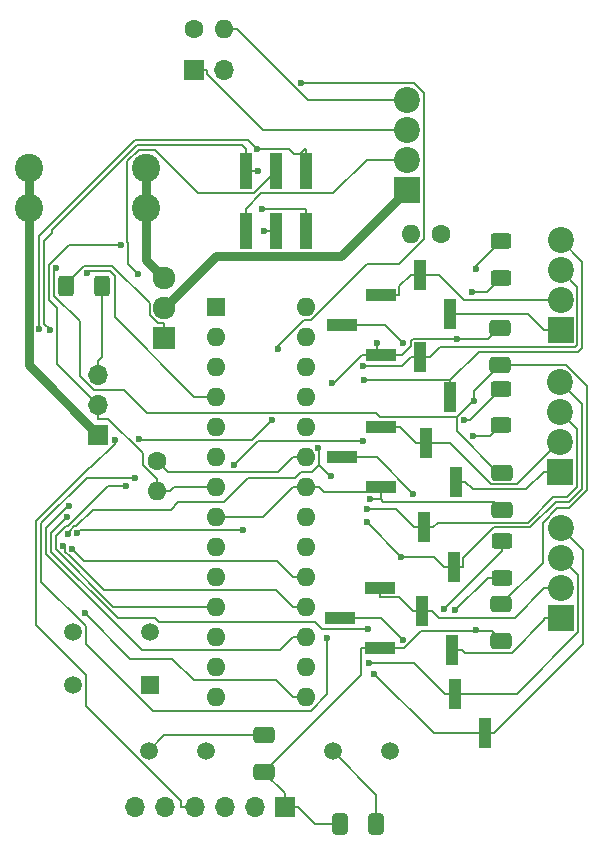
<source format=gbr>
%TF.GenerationSoftware,KiCad,Pcbnew,8.0.1-rc1*%
%TF.CreationDate,2024-11-21T18:28:05-08:00*%
%TF.ProjectId,AMS - CANBus Sensor - Temperature - RTD,414d5320-2d20-4434-914e-427573205365,rev?*%
%TF.SameCoordinates,Original*%
%TF.FileFunction,Copper,L1,Top*%
%TF.FilePolarity,Positive*%
%FSLAX46Y46*%
G04 Gerber Fmt 4.6, Leading zero omitted, Abs format (unit mm)*
G04 Created by KiCad (PCBNEW 8.0.1-rc1) date 2024-11-21 18:28:05*
%MOMM*%
%LPD*%
G01*
G04 APERTURE LIST*
G04 Aperture macros list*
%AMRoundRect*
0 Rectangle with rounded corners*
0 $1 Rounding radius*
0 $2 $3 $4 $5 $6 $7 $8 $9 X,Y pos of 4 corners*
0 Add a 4 corners polygon primitive as box body*
4,1,4,$2,$3,$4,$5,$6,$7,$8,$9,$2,$3,0*
0 Add four circle primitives for the rounded corners*
1,1,$1+$1,$2,$3*
1,1,$1+$1,$4,$5*
1,1,$1+$1,$6,$7*
1,1,$1+$1,$8,$9*
0 Add four rect primitives between the rounded corners*
20,1,$1+$1,$2,$3,$4,$5,0*
20,1,$1+$1,$4,$5,$6,$7,0*
20,1,$1+$1,$6,$7,$8,$9,0*
20,1,$1+$1,$8,$9,$2,$3,0*%
G04 Aperture macros list end*
%TA.AperFunction,ComponentPad*%
%ADD10C,2.400000*%
%TD*%
%TA.AperFunction,ComponentPad*%
%ADD11R,1.500000X1.500000*%
%TD*%
%TA.AperFunction,ComponentPad*%
%ADD12C,1.500000*%
%TD*%
%TA.AperFunction,ComponentPad*%
%ADD13R,1.920000X1.920000*%
%TD*%
%TA.AperFunction,ComponentPad*%
%ADD14C,1.920000*%
%TD*%
%TA.AperFunction,SMDPad,CuDef*%
%ADD15R,1.000000X2.510000*%
%TD*%
%TA.AperFunction,SMDPad,CuDef*%
%ADD16R,2.510000X1.000000*%
%TD*%
%TA.AperFunction,SMDPad,CuDef*%
%ADD17RoundRect,0.250000X-0.650000X0.412500X-0.650000X-0.412500X0.650000X-0.412500X0.650000X0.412500X0*%
%TD*%
%TA.AperFunction,SMDPad,CuDef*%
%ADD18RoundRect,0.250000X-0.400000X-0.625000X0.400000X-0.625000X0.400000X0.625000X-0.400000X0.625000X0*%
%TD*%
%TA.AperFunction,SMDPad,CuDef*%
%ADD19RoundRect,0.250000X0.650000X-0.412500X0.650000X0.412500X-0.650000X0.412500X-0.650000X-0.412500X0*%
%TD*%
%TA.AperFunction,SMDPad,CuDef*%
%ADD20RoundRect,0.250000X-0.625000X0.400000X-0.625000X-0.400000X0.625000X-0.400000X0.625000X0.400000X0*%
%TD*%
%TA.AperFunction,ComponentPad*%
%ADD21C,1.600000*%
%TD*%
%TA.AperFunction,ComponentPad*%
%ADD22O,1.600000X1.600000*%
%TD*%
%TA.AperFunction,ComponentPad*%
%ADD23R,2.200000X2.200000*%
%TD*%
%TA.AperFunction,ComponentPad*%
%ADD24C,2.200000*%
%TD*%
%TA.AperFunction,ComponentPad*%
%ADD25R,1.700000X1.700000*%
%TD*%
%TA.AperFunction,ComponentPad*%
%ADD26O,1.700000X1.700000*%
%TD*%
%TA.AperFunction,SMDPad,CuDef*%
%ADD27R,1.000000X3.150000*%
%TD*%
%TA.AperFunction,ComponentPad*%
%ADD28R,1.600000X1.600000*%
%TD*%
%TA.AperFunction,SMDPad,CuDef*%
%ADD29RoundRect,0.250000X0.625000X-0.400000X0.625000X0.400000X-0.625000X0.400000X-0.625000X-0.400000X0*%
%TD*%
%TA.AperFunction,SMDPad,CuDef*%
%ADD30RoundRect,0.250000X0.412500X0.650000X-0.412500X0.650000X-0.412500X-0.650000X0.412500X-0.650000X0*%
%TD*%
%TA.AperFunction,ViaPad*%
%ADD31C,0.600000*%
%TD*%
%TA.AperFunction,Conductor*%
%ADD32C,0.200000*%
%TD*%
%TA.AperFunction,Conductor*%
%ADD33C,0.762000*%
%TD*%
G04 APERTURE END LIST*
D10*
%TO.P,U5,1,1*%
%TO.N,Net-(Q1-Pad3)*%
X134999500Y-70018000D03*
%TO.P,U5,2,2*%
X134999500Y-73418000D03*
%TO.P,U5,3,3*%
%TO.N,+VDC*%
X125079500Y-70018000D03*
%TO.P,U5,4,4*%
X125079500Y-73418000D03*
%TD*%
D11*
%TO.P,Reset1,1,NO_1*%
%TO.N,/BareMinAtmel328P/RESET*%
X135385300Y-113752500D03*
D12*
%TO.P,Reset1,2,NO_2*%
%TO.N,unconnected-(Reset1-NO_2-Pad2)*%
X128885300Y-113752500D03*
%TO.P,Reset1,3,COM_1*%
%TO.N,GND*%
X135385300Y-109252500D03*
%TO.P,Reset1,4,COM_2*%
%TO.N,unconnected-(Reset1-COM_2-Pad4)*%
X128885300Y-109252500D03*
%TD*%
D13*
%TO.P,Q1,1*%
%TO.N,Net-(Q1-Pad1)*%
X136586000Y-84423600D03*
D14*
%TO.P,Q1,2*%
%TO.N,Net-(J1-Pin_1)*%
X136586000Y-81883600D03*
%TO.P,Q1,3*%
%TO.N,Net-(Q1-Pad3)*%
X136586000Y-79343600D03*
%TD*%
D15*
%TO.P,J13,1,Pin_1*%
%TO.N,/MAX31865AAP+3/FORCE-*%
X161145200Y-114528300D03*
%TO.P,J13,2,Pin_2*%
%TO.N,/MAX31865AAP+3/RTDin-*%
X163685200Y-117838300D03*
%TD*%
D16*
%TO.P,J12,1,Pin_1*%
%TO.N,/MAX31865AAP+3/FORCE+*%
X154800700Y-105528500D03*
%TO.P,J12,2,Pin_2*%
%TO.N,Net-(IC3-FORCE2)*%
X151490700Y-108068500D03*
%TO.P,J12,3,Pin_3*%
%TO.N,GND*%
X154800700Y-110608500D03*
%TD*%
D15*
%TO.P,J11,1,Pin_1*%
%TO.N,/MAX31865AAP+3/FORCE+*%
X158428300Y-107484600D03*
%TO.P,J11,2,Pin_2*%
%TO.N,/MAX31865AAP+3/RTDIn+*%
X160968300Y-110794600D03*
%TD*%
%TO.P,J10,1,Pin_1*%
%TO.N,/MAX31865AAP+2/FORCE-*%
X158534400Y-100436400D03*
%TO.P,J10,2,Pin_2*%
%TO.N,/MAX31865AAP+2/RTDin-*%
X161074400Y-103746400D03*
%TD*%
D16*
%TO.P,J9,1,Pin_1*%
%TO.N,/MAX31865AAP+2/FORCE+*%
X154907400Y-91933000D03*
%TO.P,J9,2,Pin_2*%
%TO.N,Net-(IC2-FORCE2)*%
X151597400Y-94473000D03*
%TO.P,J9,3,Pin_3*%
%TO.N,GND*%
X154907400Y-97013000D03*
%TD*%
D15*
%TO.P,J8,1,Pin_1*%
%TO.N,/MAX31865AAP+2/FORCE+*%
X158715700Y-93290400D03*
%TO.P,J8,2,Pin_2*%
%TO.N,/MAX31865AAP+2/RTDIn+*%
X161255700Y-96600400D03*
%TD*%
%TO.P,J7,1,Pin_1*%
%TO.N,/MAX31865AAP+1/FORCE-*%
X158262000Y-86042500D03*
%TO.P,J7,2,Pin_2*%
%TO.N,/MAX31865AAP+1/RTDin-*%
X160802000Y-89352500D03*
%TD*%
D16*
%TO.P,J6,1,Pin_1*%
%TO.N,/MAX31865AAP+1/FORCE+*%
X154909700Y-80726800D03*
%TO.P,J6,2,Pin_2*%
%TO.N,Net-(IC1-FORCE2)*%
X151599700Y-83266800D03*
%TO.P,J6,3,Pin_3*%
%TO.N,GND*%
X154909700Y-85806800D03*
%TD*%
D15*
%TO.P,J2,1,Pin_1*%
%TO.N,/MAX31865AAP+1/FORCE+*%
X158251300Y-79044600D03*
%TO.P,J2,2,Pin_2*%
%TO.N,/MAX31865AAP+1/RTDIn+*%
X160791300Y-82354600D03*
%TD*%
D17*
%TO.P,C3,1*%
%TO.N,Net-(U2-XTAL2{slash}PB7)*%
X145039800Y-118025700D03*
%TO.P,C3,2*%
%TO.N,GND*%
X145039800Y-121150700D03*
%TD*%
D18*
%TO.P,R1,1*%
%TO.N,Net-(Q1-Pad1)*%
X128210200Y-79985300D03*
%TO.P,R1,2*%
%TO.N,GND*%
X131310200Y-79985300D03*
%TD*%
D19*
%TO.P,C8,1*%
%TO.N,+3.3V*%
X164977800Y-86638200D03*
%TO.P,C8,2*%
%TO.N,GND*%
X164977800Y-83513200D03*
%TD*%
D20*
%TO.P,R10,1*%
%TO.N,Net-(IC3-BIAS)*%
X165154800Y-101617500D03*
%TO.P,R10,2*%
%TO.N,Net-(IC3-ISENSOR)*%
X165154800Y-104717500D03*
%TD*%
D21*
%TO.P,R7,1*%
%TO.N,Net-(J5-Pin_2)*%
X139116100Y-58260700D03*
D22*
%TO.P,R7,2*%
%TO.N,CANBUS_L*%
X141656100Y-58260700D03*
%TD*%
D23*
%TO.P,J1,1,Pin_1*%
%TO.N,Net-(J1-Pin_1)*%
X157148000Y-71872800D03*
D24*
%TO.P,J1,2,Pin_2*%
%TO.N,GND*%
X157148000Y-69332800D03*
%TO.P,J1,3,Pin_3*%
%TO.N,CANBUS_H*%
X157148000Y-66792800D03*
%TO.P,J1,4,Pin_4*%
%TO.N,CANBUS_L*%
X157148000Y-64252800D03*
%TD*%
D21*
%TO.P,NTC1,1*%
%TO.N,/BareMinAtmel328P/PC0-A0*%
X135965600Y-94809500D03*
D22*
%TO.P,NTC1,2*%
%TO.N,+5V*%
X135965600Y-97349500D03*
%TD*%
D25*
%TO.P,J3,1,Pin_1*%
%TO.N,GND*%
X146767300Y-124094700D03*
D26*
%TO.P,J3,2,Pin_2*%
%TO.N,unconnected-(J3-Pin_2-Pad2)*%
X144227300Y-124094700D03*
%TO.P,J3,3,Pin_3*%
%TO.N,+5V*%
X141687300Y-124094700D03*
%TO.P,J3,4,Pin_4*%
%TO.N,/BareMinAtmel328P/PD0-RX*%
X139147300Y-124094700D03*
%TO.P,J3,5,Pin_5*%
%TO.N,/BareMinAtmel328P/PD1-TX*%
X136607300Y-124094700D03*
%TO.P,J3,6,Pin_6*%
%TO.N,Net-(J3-Pin_6)*%
X134067300Y-124094700D03*
%TD*%
D23*
%TO.P,J15,1,Pin_1*%
%TO.N,/MAX31865AAP+2/RTDIn+*%
X170096300Y-95754700D03*
D24*
%TO.P,J15,2,Pin_2*%
%TO.N,/MAX31865AAP+2/FORCE+*%
X170096300Y-93214700D03*
%TO.P,J15,3,Pin_3*%
%TO.N,/MAX31865AAP+2/FORCE-*%
X170096300Y-90674700D03*
%TO.P,J15,4,Pin_4*%
%TO.N,/MAX31865AAP+2/RTDin-*%
X170096300Y-88134700D03*
%TD*%
D20*
%TO.P,R9,1*%
%TO.N,Net-(IC2-BIAS)*%
X165062500Y-88691700D03*
%TO.P,R9,2*%
%TO.N,Net-(IC2-ISENSOR)*%
X165062500Y-91791700D03*
%TD*%
D17*
%TO.P,C15,1*%
%TO.N,+3.3V*%
X165117100Y-106930900D03*
%TO.P,C15,2*%
%TO.N,GND*%
X165117100Y-110055900D03*
%TD*%
D21*
%TO.P,R6,1*%
%TO.N,Net-(U4-Rs)*%
X159962900Y-75582300D03*
D22*
%TO.P,R6,2*%
%TO.N,GND*%
X157422900Y-75582300D03*
%TD*%
D23*
%TO.P,J14,1,Pin_1*%
%TO.N,/MAX31865AAP+1/RTDIn+*%
X170140100Y-83727200D03*
D24*
%TO.P,J14,2,Pin_2*%
%TO.N,/MAX31865AAP+1/FORCE+*%
X170140100Y-81187200D03*
%TO.P,J14,3,Pin_3*%
%TO.N,/MAX31865AAP+1/FORCE-*%
X170140100Y-78647200D03*
%TO.P,J14,4,Pin_4*%
%TO.N,/MAX31865AAP+1/RTDin-*%
X170140100Y-76107200D03*
%TD*%
D23*
%TO.P,J16,1,Pin_1*%
%TO.N,/MAX31865AAP+3/RTDIn+*%
X170157100Y-108131600D03*
D24*
%TO.P,J16,2,Pin_2*%
%TO.N,/MAX31865AAP+3/FORCE+*%
X170157100Y-105591600D03*
%TO.P,J16,3,Pin_3*%
%TO.N,/MAX31865AAP+3/FORCE-*%
X170157100Y-103051600D03*
%TO.P,J16,4,Pin_4*%
%TO.N,/MAX31865AAP+3/RTDin-*%
X170157100Y-100511600D03*
%TD*%
D25*
%TO.P,Powerboard1,1,Pin_1*%
%TO.N,+VDC*%
X130976300Y-92602600D03*
D26*
%TO.P,Powerboard1,2,Pin_2*%
%TO.N,+5V*%
X130976300Y-90062600D03*
%TO.P,Powerboard1,3,Pin_3*%
%TO.N,GND*%
X130976300Y-87522600D03*
%TD*%
D27*
%TO.P,J4,1,Pin_1*%
%TO.N,MISO*%
X148585100Y-70282000D03*
%TO.P,J4,2,Pin_2*%
%TO.N,CLK*%
X148585100Y-75332000D03*
%TO.P,J4,3,Pin_3*%
%TO.N,/BareMinAtmel328P/RESET*%
X146045100Y-70282000D03*
%TO.P,J4,4,Pin_4*%
%TO.N,+5V*%
X146045100Y-75332000D03*
%TO.P,J4,5,Pin_5*%
%TO.N,MOSI*%
X143505100Y-70282000D03*
%TO.P,J4,6,Pin_6*%
%TO.N,GND*%
X143505100Y-75332000D03*
%TD*%
D28*
%TO.P,U2,1,~{RESET}/PC6*%
%TO.N,/BareMinAtmel328P/RESET*%
X140929500Y-81761800D03*
D22*
%TO.P,U2,2,PD0*%
%TO.N,/BareMinAtmel328P/PD0-RX*%
X140929500Y-84301800D03*
%TO.P,U2,3,PD1*%
%TO.N,/BareMinAtmel328P/PD1-TX*%
X140929500Y-86841800D03*
%TO.P,U2,4,PD2*%
%TO.N,/BareMinAtmel328P/PD2-D2*%
X140929500Y-89381800D03*
%TO.P,U2,5,PD3*%
%TO.N,/BareMinAtmel328P/PD3-D3*%
X140929500Y-91921800D03*
%TO.P,U2,6,PD4*%
%TO.N,/BareMinAtmel328P/PD4-D4*%
X140929500Y-94461800D03*
%TO.P,U2,7,VCC*%
%TO.N,+5V*%
X140929500Y-97001800D03*
%TO.P,U2,8,GND*%
%TO.N,GND*%
X140929500Y-99541800D03*
%TO.P,U2,9,XTAL1/PB6*%
%TO.N,Net-(U2-XTAL1{slash}PB6)*%
X140929500Y-102081800D03*
%TO.P,U2,10,XTAL2/PB7*%
%TO.N,Net-(U2-XTAL2{slash}PB7)*%
X140929500Y-104621800D03*
%TO.P,U2,11,PD5*%
%TO.N,/BareMinAtmel328P/PD5-D5*%
X140929500Y-107161800D03*
%TO.P,U2,12,PD6*%
%TO.N,/BareMinAtmel328P/PD6-D6*%
X140929500Y-109701800D03*
%TO.P,U2,13,PD7*%
%TO.N,/BareMinAtmel328P/PD7-D7*%
X140929500Y-112241800D03*
%TO.P,U2,14,PB0*%
%TO.N,/BareMinAtmel328P/PB0-D8*%
X140929500Y-114781800D03*
%TO.P,U2,15,PB1*%
%TO.N,/BareMinAtmel328P/PB1-D9*%
X148549500Y-114781800D03*
%TO.P,U2,16,PB2*%
%TO.N,/BareMinAtmel328P/PB2-D10-SS*%
X148549500Y-112241800D03*
%TO.P,U2,17,PB3*%
%TO.N,MOSI*%
X148549500Y-109701800D03*
%TO.P,U2,18,PB4*%
%TO.N,MISO*%
X148549500Y-107161800D03*
%TO.P,U2,19,PB5*%
%TO.N,CLK*%
X148549500Y-104621800D03*
%TO.P,U2,20,AVCC*%
%TO.N,+5V*%
X148549500Y-102081800D03*
%TO.P,U2,21,AREF*%
%TO.N,/BareMinAtmel328P/AREF*%
X148549500Y-99541800D03*
%TO.P,U2,22,GND*%
%TO.N,GND*%
X148549500Y-97001800D03*
%TO.P,U2,23,PC0*%
%TO.N,/BareMinAtmel328P/PC0-A0*%
X148549500Y-94461800D03*
%TO.P,U2,24,PC1*%
%TO.N,/BareMinAtmel328P/PC1-A1*%
X148549500Y-91921800D03*
%TO.P,U2,25,PC2*%
%TO.N,/BareMinAtmel328P/PC2-A2*%
X148549500Y-89381800D03*
%TO.P,U2,26,PC3*%
%TO.N,/BareMinAtmel328P/PC3-A3*%
X148549500Y-86841800D03*
%TO.P,U2,27,PC4*%
%TO.N,/BareMinAtmel328P/PC4-A4-SDA*%
X148549500Y-84301800D03*
%TO.P,U2,28,PC5*%
%TO.N,/BareMinAtmel328P/PC5-A5-SCL*%
X148549500Y-81761800D03*
%TD*%
D25*
%TO.P,J5,1,Pin_1*%
%TO.N,CANBUS_H*%
X139049600Y-61738500D03*
D26*
%TO.P,J5,2,Pin_2*%
%TO.N,Net-(J5-Pin_2)*%
X141589600Y-61738500D03*
%TD*%
D29*
%TO.P,R8,1*%
%TO.N,Net-(IC1-BIAS)*%
X165064200Y-79297600D03*
%TO.P,R8,2*%
%TO.N,Net-(IC1-ISENSOR)*%
X165064200Y-76197600D03*
%TD*%
D12*
%TO.P,Y2,2,2*%
%TO.N,Net-(U3-OSC2)*%
X155712100Y-119374400D03*
%TO.P,Y2,1,1*%
%TO.N,Net-(U3-OSC1)*%
X150832100Y-119374400D03*
%TD*%
D30*
%TO.P,C5,2*%
%TO.N,GND*%
X151408000Y-125541700D03*
%TO.P,C5,1*%
%TO.N,Net-(U3-OSC1)*%
X154533000Y-125541700D03*
%TD*%
D17*
%TO.P,C11,1*%
%TO.N,+3.3V*%
X165137700Y-95807100D03*
%TO.P,C11,2*%
%TO.N,GND*%
X165137700Y-98932100D03*
%TD*%
D12*
%TO.P,Y1,1,1*%
%TO.N,Net-(U2-XTAL2{slash}PB7)*%
X135241300Y-119345300D03*
%TO.P,Y1,2,2*%
%TO.N,Net-(U2-XTAL1{slash}PB6)*%
X140121300Y-119345300D03*
%TD*%
D31*
%TO.N,CLK*%
X144808400Y-73455300D03*
X128797700Y-102279900D03*
%TO.N,MISO*%
X144421600Y-68405300D03*
X127984300Y-101983600D03*
X125982200Y-83637200D03*
%TO.N,MOSI*%
X126867100Y-83718600D03*
X128504700Y-98601700D03*
X144513100Y-70231200D03*
%TO.N,Net-(IC3-ISENSOR)*%
X161205700Y-107462500D03*
%TO.N,Net-(IC3-FORCE2)*%
X156743100Y-109925200D03*
%TO.N,Net-(IC3-BIAS)*%
X160259700Y-107336600D03*
%TO.N,/MAX31865AAP+3/FORCE-*%
X153890900Y-111885500D03*
%TO.N,/MAX31865AAP+3/CS3v*%
X150374600Y-109756000D03*
X134078400Y-96228800D03*
%TO.N,Net-(IC2-FORCE2)*%
X157666100Y-97585300D03*
%TO.N,/MAX31865AAP+2/FORCE-*%
X153734900Y-98888300D03*
%TO.N,Net-(IC2-BIAS)*%
X161968100Y-91318800D03*
%TO.N,Net-(IC2-ISENSOR)*%
X162700100Y-92711800D03*
%TO.N,/MAX31865AAP+2/CS3v*%
X153416500Y-93079100D03*
X142509400Y-95108700D03*
%TO.N,/MAX31865AAP+1/FORCE-*%
X153381600Y-86791100D03*
%TO.N,/MAX31865AAP+1/MISO3v*%
X143249800Y-100688000D03*
X129200900Y-100945500D03*
%TO.N,Net-(IC1-ISENSOR)*%
X162993800Y-78519200D03*
%TO.N,Net-(IC1-FORCE2)*%
X156818300Y-84794800D03*
%TO.N,/MAX31865AAP+1/CS3v*%
X145655000Y-91359300D03*
X134441200Y-92918000D03*
%TO.N,/MAX31865AAP+1/SLC3v*%
X149620900Y-93690000D03*
X128399100Y-101009700D03*
X150686300Y-96075400D03*
%TO.N,Net-(IC1-BIAS)*%
X162657400Y-80480600D03*
%TO.N,/MAX31865AAP+1/MOSI3v*%
X153854900Y-109017400D03*
X128294700Y-99581700D03*
%TO.N,+3.3V*%
X162762700Y-89703800D03*
X127426900Y-78493400D03*
%TO.N,/MAX31865AAP+3/RTDin-*%
X154362900Y-112825200D03*
%TO.N,/MAX31865AAP+2/RTDin-*%
X156637800Y-102911900D03*
X153713100Y-99982000D03*
%TO.N,/MAX31865AAP+1/RTDin-*%
X153465200Y-87990000D03*
%TO.N,Net-(U3-~{RESET})*%
X146207100Y-85295300D03*
X148134000Y-62777700D03*
%TO.N,/BareMinAtmel328P/PD2-D2*%
X130000300Y-78907000D03*
%TO.N,/BareMinAtmel328P/PB1-D9*%
X129826400Y-107667300D03*
%TO.N,/BareMinAtmel328P/PD5-D5*%
X133303900Y-96916800D03*
%TO.N,/BareMinAtmel328P/PD0-RX*%
X132403200Y-92991500D03*
%TO.N,+5V*%
X145030300Y-75355000D03*
X132920600Y-76553700D03*
%TO.N,/BareMinAtmel328P/RESET*%
X134378900Y-79001900D03*
%TO.N,GND*%
X150810800Y-88200100D03*
X153959400Y-98041100D03*
X154561200Y-84802700D03*
X161326600Y-84475100D03*
X162935600Y-109120100D03*
%TD*%
D32*
%TO.N,CLK*%
X148585100Y-75332000D02*
X148585100Y-73455300D01*
X148585100Y-73455300D02*
X144808400Y-73455300D01*
X148549500Y-104621800D02*
X147447800Y-104621800D01*
X129784600Y-103266800D02*
X128797700Y-102279900D01*
X146092800Y-103266800D02*
X129784600Y-103266800D01*
X147447800Y-104621800D02*
X146092800Y-103266800D01*
%TO.N,MISO*%
X148585100Y-70282000D02*
X148585100Y-68405300D01*
X148549500Y-107161800D02*
X147447800Y-107161800D01*
X146036200Y-105750200D02*
X147447800Y-107161800D01*
X131436900Y-105750200D02*
X146036200Y-105750200D01*
X128568300Y-102881600D02*
X131436900Y-105750200D01*
X128548600Y-102881600D02*
X128568300Y-102881600D01*
X128196000Y-102529000D02*
X128548600Y-102881600D01*
X128196000Y-102195300D02*
X128196000Y-102529000D01*
X127984300Y-101983600D02*
X128196000Y-102195300D01*
X147159500Y-68405300D02*
X144421600Y-68405300D01*
X147552000Y-68797800D02*
X147159500Y-68405300D01*
X148050300Y-68797800D02*
X147552000Y-68797800D01*
X148402800Y-68445300D02*
X148050300Y-68797800D01*
X148402800Y-68445200D02*
X148402800Y-68445300D01*
X148442700Y-68405300D02*
X148402800Y-68445200D01*
X148585100Y-68405300D02*
X148442700Y-68405300D01*
X125982200Y-75759200D02*
X125982200Y-83637200D01*
X134125400Y-67616000D02*
X125982200Y-75759200D01*
X143632300Y-67616000D02*
X134125400Y-67616000D01*
X144421600Y-68405300D02*
X143632300Y-67616000D01*
%TO.N,MOSI*%
X143505100Y-70282000D02*
X143505100Y-68405300D01*
X148549500Y-109701800D02*
X147447800Y-109701800D01*
X128423900Y-98601700D02*
X128504700Y-98601700D01*
X126572200Y-100453400D02*
X128423900Y-98601700D01*
X126572200Y-102652500D02*
X126572200Y-100453400D01*
X134725900Y-110806200D02*
X126572200Y-102652500D01*
X146343400Y-110806200D02*
X134725900Y-110806200D01*
X147447800Y-109701800D02*
X146343400Y-110806200D01*
X143555900Y-70231200D02*
X144513100Y-70231200D01*
X126867100Y-83671200D02*
X126867100Y-83718600D01*
X126397900Y-83202000D02*
X126867100Y-83671200D01*
X126397900Y-76144800D02*
X126397900Y-83202000D01*
X127025700Y-75517000D02*
X126397900Y-76144800D01*
X127025700Y-75283700D02*
X127025700Y-75517000D01*
X134255500Y-68053900D02*
X127025700Y-75283700D01*
X143153700Y-68053900D02*
X134255500Y-68053900D01*
X143505100Y-68405300D02*
X143153700Y-68053900D01*
%TO.N,Net-(IC3-ISENSOR)*%
X163950700Y-104717500D02*
X165154800Y-104717500D01*
X161205700Y-107462500D02*
X163950700Y-104717500D01*
%TO.N,Net-(IC3-FORCE2)*%
X154886400Y-108068500D02*
X151490700Y-108068500D01*
X156743100Y-109925200D02*
X154886400Y-108068500D01*
%TO.N,Net-(IC3-BIAS)*%
X165154800Y-102441500D02*
X160259700Y-107336600D01*
X165154800Y-101617500D02*
X165154800Y-102441500D01*
%TO.N,/MAX31865AAP+3/FORCE-*%
X157700700Y-111885500D02*
X160343500Y-114528300D01*
X153890900Y-111885500D02*
X157700700Y-111885500D01*
X161145200Y-114528300D02*
X160343500Y-114528300D01*
X166394600Y-114528300D02*
X161145200Y-114528300D01*
X171601900Y-109321000D02*
X166394600Y-114528300D01*
X171601900Y-104496400D02*
X171601900Y-109321000D01*
X170157100Y-103051600D02*
X171601900Y-104496400D01*
%TO.N,/MAX31865AAP+3/FORCE+*%
X156472200Y-106330200D02*
X157626600Y-107484600D01*
X154800700Y-106330200D02*
X156472200Y-106330200D01*
X154800700Y-105528500D02*
X154800700Y-106330200D01*
X158027500Y-107484600D02*
X157626600Y-107484600D01*
X158428300Y-107484600D02*
X159230000Y-107484600D01*
X168755200Y-105591600D02*
X170157100Y-105591600D01*
X166244000Y-108102800D02*
X168755200Y-105591600D01*
X159848200Y-108102800D02*
X166244000Y-108102800D01*
X159230000Y-107484600D02*
X159848200Y-108102800D01*
%TO.N,/MAX31865AAP+3/CS3v*%
X130019400Y-96228800D02*
X134078400Y-96228800D01*
X126170500Y-100077700D02*
X130019400Y-96228800D01*
X126170500Y-105050300D02*
X126170500Y-100077700D01*
X129937000Y-108816800D02*
X126170500Y-105050300D01*
X129937000Y-110304300D02*
X129937000Y-108816800D01*
X135582500Y-115949800D02*
X129937000Y-110304300D01*
X148991600Y-115949800D02*
X135582500Y-115949800D01*
X150374600Y-114566800D02*
X148991600Y-115949800D01*
X150374600Y-109756000D02*
X150374600Y-114566800D01*
%TO.N,Net-(IC2-FORCE2)*%
X154553800Y-94473000D02*
X151597400Y-94473000D01*
X157666100Y-97585300D02*
X154553800Y-94473000D01*
%TO.N,/MAX31865AAP+2/FORCE-*%
X158534400Y-100436400D02*
X159336100Y-100436400D01*
X158534400Y-100436400D02*
X157732700Y-100436400D01*
X156184600Y-98888300D02*
X153734900Y-98888300D01*
X157732700Y-100436400D02*
X156184600Y-98888300D01*
X159737800Y-100034700D02*
X159336100Y-100436400D01*
X167337700Y-100034700D02*
X159737800Y-100034700D01*
X169505300Y-97867100D02*
X167337700Y-100034700D01*
X170641200Y-97867100D02*
X169505300Y-97867100D01*
X171503100Y-97005200D02*
X170641200Y-97867100D01*
X171503100Y-92081500D02*
X171503100Y-97005200D01*
X170096300Y-90674700D02*
X171503100Y-92081500D01*
%TO.N,/MAX31865AAP+2/FORCE+*%
X156556600Y-91933000D02*
X157914000Y-93290400D01*
X154907400Y-91933000D02*
X156556600Y-91933000D01*
X158314900Y-93290400D02*
X157914000Y-93290400D01*
X160738400Y-93290400D02*
X158715700Y-93290400D01*
X164238400Y-96790400D02*
X160738400Y-93290400D01*
X166433100Y-96790400D02*
X164238400Y-96790400D01*
X170008800Y-93214700D02*
X166433100Y-96790400D01*
%TO.N,Net-(IC2-BIAS)*%
X162435400Y-91318800D02*
X165062500Y-88691700D01*
X161968100Y-91318800D02*
X162435400Y-91318800D01*
%TO.N,Net-(IC2-ISENSOR)*%
X164142400Y-92711800D02*
X162700100Y-92711800D01*
X165062500Y-91791700D02*
X164142400Y-92711800D01*
%TO.N,/MAX31865AAP+2/CS3v*%
X144539000Y-93079100D02*
X153416500Y-93079100D01*
X142509400Y-95108700D02*
X144539000Y-93079100D01*
%TO.N,/MAX31865AAP+1/FORCE-*%
X158262000Y-86042500D02*
X159063700Y-86042500D01*
X158262000Y-86042500D02*
X157460300Y-86042500D01*
X156711700Y-86791100D02*
X153381600Y-86791100D01*
X157460300Y-86042500D02*
X156711700Y-86791100D01*
X159931100Y-85175100D02*
X159063700Y-86042500D01*
X171331000Y-85175100D02*
X159931100Y-85175100D01*
X171547100Y-84959000D02*
X171331000Y-85175100D01*
X171547100Y-80054200D02*
X171547100Y-84959000D01*
X170140100Y-78647200D02*
X171547100Y-80054200D01*
%TO.N,/MAX31865AAP+1/FORCE+*%
X158251300Y-79044600D02*
X159841200Y-79044600D01*
X161983800Y-81187200D02*
X159841200Y-79044600D01*
X170140100Y-81187200D02*
X161983800Y-81187200D01*
X156466400Y-80027800D02*
X157449600Y-79044600D01*
X156466400Y-80726800D02*
X156466400Y-80027800D01*
X158251300Y-79044600D02*
X157449600Y-79044600D01*
X154909700Y-80726800D02*
X156466400Y-80726800D01*
%TO.N,/MAX31865AAP+1/MISO3v*%
X129458400Y-100688000D02*
X129200900Y-100945500D01*
X143249800Y-100688000D02*
X129458400Y-100688000D01*
%TO.N,Net-(IC1-ISENSOR)*%
X162993800Y-78268000D02*
X165064200Y-76197600D01*
X162993800Y-78519200D02*
X162993800Y-78268000D01*
%TO.N,Net-(IC1-FORCE2)*%
X155290300Y-83266800D02*
X156818300Y-84794800D01*
X151599700Y-83266800D02*
X155290300Y-83266800D01*
%TO.N,/MAX31865AAP+1/CS3v*%
X134568700Y-93045500D02*
X134441200Y-92918000D01*
X143968800Y-93045500D02*
X134568700Y-93045500D01*
X145655000Y-91359300D02*
X143968800Y-93045500D01*
%TO.N,/MAX31865AAP+1/SLC3v*%
X150628700Y-96075400D02*
X150686300Y-96075400D01*
X149694800Y-95141500D02*
X150628700Y-96075400D01*
X149694800Y-93763900D02*
X149694800Y-95141500D01*
X149620900Y-93690000D02*
X149694800Y-93763900D01*
X128599200Y-100809600D02*
X128399100Y-101009700D01*
X128599200Y-100696400D02*
X128599200Y-100809600D01*
X128951800Y-100343800D02*
X128599200Y-100696400D01*
X129123900Y-100343800D02*
X128951800Y-100343800D01*
X130536000Y-98931700D02*
X129123900Y-100343800D01*
X137102900Y-98931700D02*
X130536000Y-98931700D01*
X137762800Y-98271800D02*
X137102900Y-98931700D01*
X141631500Y-98271800D02*
X137762800Y-98271800D01*
X143657600Y-96245700D02*
X141631500Y-98271800D01*
X147638000Y-96245700D02*
X143657600Y-96245700D01*
X148106500Y-95777200D02*
X147638000Y-96245700D01*
X149059100Y-95777200D02*
X148106500Y-95777200D01*
X149694800Y-95141500D02*
X149059100Y-95777200D01*
%TO.N,Net-(IC1-BIAS)*%
X163881200Y-80480600D02*
X162657400Y-80480600D01*
X165064200Y-79297600D02*
X163881200Y-80480600D01*
%TO.N,/MAX31865AAP+1/MOSI3v*%
X126975400Y-100901000D02*
X128294700Y-99581700D01*
X126975400Y-102480100D02*
X126975400Y-100901000D01*
X132635300Y-108140000D02*
X126975400Y-102480100D01*
X135811700Y-108140000D02*
X132635300Y-108140000D01*
X136103500Y-108431800D02*
X135811700Y-108140000D01*
X149375900Y-108431800D02*
X136103500Y-108431800D01*
X149961500Y-109017400D02*
X149375900Y-108431800D01*
X153854900Y-109017400D02*
X149961500Y-109017400D01*
%TO.N,+3.3V*%
X168615100Y-103432900D02*
X165117100Y-106930900D01*
X168615100Y-100034600D02*
X168615100Y-103432900D01*
X169837900Y-98811800D02*
X168615100Y-100034600D01*
X170871200Y-98811800D02*
X169837900Y-98811800D01*
X172390000Y-97293000D02*
X170871200Y-98811800D01*
X172390000Y-88429200D02*
X172390000Y-97293000D01*
X170599000Y-86638200D02*
X172390000Y-88429200D01*
X164977800Y-86638200D02*
X170599000Y-86638200D01*
X162762700Y-88853300D02*
X164977800Y-86638200D01*
X162762700Y-89703800D02*
X162762700Y-88853300D01*
X161325300Y-92277300D02*
X161325300Y-91090200D01*
X164855100Y-95807100D02*
X161325300Y-92277300D01*
X162711700Y-89703800D02*
X162762700Y-89703800D01*
X161325300Y-91090200D02*
X162711700Y-89703800D01*
X127257500Y-78662800D02*
X127426900Y-78493400D01*
X127257500Y-80839100D02*
X127257500Y-78662800D01*
X129402100Y-82983700D02*
X127257500Y-80839100D01*
X129402200Y-82983700D02*
X129402100Y-82983700D01*
X129402200Y-87585900D02*
X129402200Y-82983700D01*
X130608900Y-88792600D02*
X129402200Y-87585900D01*
X133152300Y-88792600D02*
X130608900Y-88792600D01*
X135112700Y-90753000D02*
X133152300Y-88792600D01*
X154532900Y-90753000D02*
X135112700Y-90753000D01*
X154870100Y-91090200D02*
X154532900Y-90753000D01*
X161325300Y-91090200D02*
X154870100Y-91090200D01*
%TO.N,/MAX31865AAP+3/RTDin-*%
X159376000Y-117838300D02*
X154362900Y-112825200D01*
X163685200Y-117838300D02*
X159376000Y-117838300D01*
X172017400Y-110307800D02*
X164486900Y-117838300D01*
X172017400Y-102371900D02*
X172017400Y-110307800D01*
X170157100Y-100511600D02*
X172017400Y-102371900D01*
X163685200Y-117838300D02*
X164486900Y-117838300D01*
%TO.N,/MAX31865AAP+3/RTDIn+*%
X162030500Y-111055100D02*
X161770000Y-110794600D01*
X166007100Y-111055100D02*
X162030500Y-111055100D01*
X168755400Y-108306800D02*
X166007100Y-111055100D01*
X168755400Y-108131600D02*
X168755400Y-108306800D01*
X170157100Y-108131600D02*
X168755400Y-108131600D01*
X160968300Y-110794600D02*
X161770000Y-110794600D01*
%TO.N,/MAX31865AAP+2/RTDin-*%
X161074400Y-103746400D02*
X161876100Y-103746400D01*
X161074400Y-103746400D02*
X160272700Y-103746400D01*
X161876100Y-103044900D02*
X161876100Y-103746400D01*
X164484600Y-100436400D02*
X161876100Y-103044900D01*
X167575000Y-100436400D02*
X164484600Y-100436400D01*
X169742600Y-98268800D02*
X167575000Y-100436400D01*
X170846100Y-98268800D02*
X169742600Y-98268800D01*
X171966200Y-97148700D02*
X170846100Y-98268800D01*
X171966200Y-90004600D02*
X171966200Y-97148700D01*
X170096300Y-88134700D02*
X171966200Y-90004600D01*
X159438200Y-102911900D02*
X156637800Y-102911900D01*
X160272700Y-103746400D02*
X159438200Y-102911900D01*
X156637800Y-102906700D02*
X153713100Y-99982000D01*
X156637800Y-102911900D02*
X156637800Y-102906700D01*
%TO.N,/MAX31865AAP+2/RTDIn+*%
X170096300Y-95754700D02*
X168694600Y-95754700D01*
X161255700Y-96600400D02*
X162057400Y-96600400D01*
X167237500Y-97211800D02*
X168694600Y-95754700D01*
X162668800Y-97211800D02*
X167237500Y-97211800D01*
X162057400Y-96600400D02*
X162668800Y-97211800D01*
%TO.N,/MAX31865AAP+1/RTDin-*%
X153465200Y-87990000D02*
X160802000Y-87990000D01*
X160802000Y-89352500D02*
X160802000Y-87990000D01*
X163215200Y-85576800D02*
X160802000Y-87990000D01*
X171588300Y-85576800D02*
X163215200Y-85576800D01*
X171956600Y-85208500D02*
X171588300Y-85576800D01*
X171956600Y-77923700D02*
X171956600Y-85208500D01*
X170140100Y-76107200D02*
X171956600Y-77923700D01*
%TO.N,Net-(U3-~{RESET})*%
X157722800Y-62777700D02*
X148134000Y-62777700D01*
X158571900Y-63626800D02*
X157722800Y-62777700D01*
X158571900Y-76045600D02*
X158571900Y-63626800D01*
X156448300Y-78169200D02*
X158571900Y-76045600D01*
X153700200Y-78169200D02*
X156448300Y-78169200D01*
X149005900Y-82863500D02*
X153700200Y-78169200D01*
X148421600Y-82863500D02*
X149005900Y-82863500D01*
X146207100Y-85078000D02*
X148421600Y-82863500D01*
X146207100Y-85295300D02*
X146207100Y-85078000D01*
%TO.N,Net-(U3-OSC1)*%
X154533000Y-123075300D02*
X154533000Y-125541700D01*
X150832100Y-119374400D02*
X154533000Y-123075300D01*
%TO.N,Net-(U2-XTAL2{slash}PB7)*%
X136560900Y-118025700D02*
X145039800Y-118025700D01*
X135241300Y-119345300D02*
X136560900Y-118025700D01*
%TO.N,/BareMinAtmel328P/PD2-D2*%
X139130400Y-89381800D02*
X140929500Y-89381800D01*
X132396300Y-82647700D02*
X139130400Y-89381800D01*
X132396300Y-79169000D02*
X132396300Y-82647700D01*
X131976600Y-78749300D02*
X132396300Y-79169000D01*
X130158000Y-78749300D02*
X131976600Y-78749300D01*
X130000300Y-78907000D02*
X130158000Y-78749300D01*
%TO.N,/BareMinAtmel328P/PB1-D9*%
X148549500Y-114781800D02*
X147447800Y-114781800D01*
X133701100Y-111542000D02*
X129826400Y-107667300D01*
X137249500Y-111542000D02*
X133701100Y-111542000D01*
X139077700Y-113370200D02*
X137249500Y-111542000D01*
X146036200Y-113370200D02*
X139077700Y-113370200D01*
X147447800Y-114781800D02*
X146036200Y-113370200D01*
%TO.N,Net-(Q1-Pad1)*%
X136586000Y-84423600D02*
X136586000Y-83161900D01*
X136033900Y-83161900D02*
X136586000Y-83161900D01*
X135324300Y-82452300D02*
X136033900Y-83161900D01*
X135324300Y-81469800D02*
X135324300Y-82452300D01*
X132113400Y-78258900D02*
X135324300Y-81469800D01*
X129758900Y-78258900D02*
X132113400Y-78258900D01*
X128210200Y-79807600D02*
X129758900Y-78258900D01*
%TO.N,/BareMinAtmel328P/PC0-A0*%
X148549500Y-94461800D02*
X147447800Y-94461800D01*
X136870800Y-95714700D02*
X135965600Y-94809500D01*
X146194900Y-95714700D02*
X136870800Y-95714700D01*
X147447800Y-94461800D02*
X146194900Y-95714700D01*
%TO.N,/BareMinAtmel328P/PD5-D5*%
X132260800Y-107161800D02*
X140929500Y-107161800D01*
X127377100Y-102278100D02*
X132260800Y-107161800D01*
X127377100Y-101180900D02*
X127377100Y-102278100D01*
X128255600Y-100302400D02*
X127377100Y-101180900D01*
X128425200Y-100302400D02*
X128255600Y-100302400D01*
X131810800Y-96916800D02*
X128425200Y-100302400D01*
X133303900Y-96916800D02*
X131810800Y-96916800D01*
%TO.N,/BareMinAtmel328P/PD0-RX*%
X139147300Y-124094700D02*
X137995600Y-124094700D01*
X132403200Y-93354000D02*
X132403200Y-92991500D01*
X130405300Y-95351900D02*
X132403200Y-93354000D01*
X130272000Y-95351900D02*
X130405300Y-95351900D01*
X125709900Y-99914000D02*
X130272000Y-95351900D01*
X125709900Y-108696000D02*
X125709900Y-99914000D01*
X129937000Y-112923100D02*
X125709900Y-108696000D01*
X129937000Y-115571100D02*
X129937000Y-112923100D01*
X137995600Y-123629700D02*
X129937000Y-115571100D01*
X137995600Y-124094700D02*
X137995600Y-123629700D01*
%TO.N,/MAX31865AAP+1/RTDIn+*%
X167365800Y-82354600D02*
X160791300Y-82354600D01*
X168738400Y-83727200D02*
X167365800Y-82354600D01*
X170140100Y-83727200D02*
X168738400Y-83727200D01*
%TO.N,CANBUS_H*%
X140201300Y-62026400D02*
X140201300Y-61738500D01*
X144967700Y-66792800D02*
X140201300Y-62026400D01*
X157148000Y-66792800D02*
X144967700Y-66792800D01*
X139049600Y-61738500D02*
X140201300Y-61738500D01*
%TO.N,CANBUS_L*%
X148749900Y-64252800D02*
X142757800Y-58260700D01*
X157148000Y-64252800D02*
X148749900Y-64252800D01*
X141656100Y-58260700D02*
X142757800Y-58260700D01*
%TO.N,+5V*%
X137415000Y-97001800D02*
X137067300Y-97349500D01*
X140929500Y-97001800D02*
X137415000Y-97001800D01*
X135965600Y-97349500D02*
X137067300Y-97349500D01*
X135965600Y-97349500D02*
X135965600Y-96247800D01*
X145053300Y-75332000D02*
X145030300Y-75355000D01*
X146045100Y-75332000D02*
X145053300Y-75332000D01*
X131804500Y-91214300D02*
X130976300Y-91214300D01*
X134759600Y-94169400D02*
X131804500Y-91214300D01*
X134759600Y-95163000D02*
X134759600Y-94169400D01*
X135844400Y-96247800D02*
X134759600Y-95163000D01*
X135965600Y-96247800D02*
X135844400Y-96247800D01*
X130976300Y-90062600D02*
X130976300Y-91214300D01*
X127468900Y-86555200D02*
X130976300Y-90062600D01*
X127468900Y-81838100D02*
X127468900Y-86555200D01*
X126811700Y-81180900D02*
X127468900Y-81838100D01*
X126811700Y-78212200D02*
X126811700Y-81180900D01*
X128470200Y-76553700D02*
X126811700Y-78212200D01*
X132920600Y-76553700D02*
X128470200Y-76553700D01*
%TO.N,/BareMinAtmel328P/RESET*%
X144168400Y-72158700D02*
X146045100Y-70282000D01*
X139444200Y-72158700D02*
X144168400Y-72158700D01*
X135786000Y-68500500D02*
X139444200Y-72158700D01*
X134393300Y-68500500D02*
X135786000Y-68500500D01*
X133444200Y-69449600D02*
X134393300Y-68500500D01*
X133444200Y-76226400D02*
X133444200Y-69449600D01*
X133522300Y-76304500D02*
X133444200Y-76226400D01*
X133522300Y-78145300D02*
X133522300Y-76304500D01*
X134378900Y-79001900D02*
X133522300Y-78145300D01*
%TO.N,GND*%
X154909700Y-85806800D02*
X156698300Y-85806800D01*
X154907400Y-97413800D02*
X154907400Y-98041100D01*
X150063200Y-97413800D02*
X149651200Y-97001800D01*
X154907400Y-97413800D02*
X150063200Y-97413800D01*
X143505100Y-75332000D02*
X143505100Y-73455300D01*
X155126300Y-98260000D02*
X154907400Y-98041100D01*
X164465600Y-98260000D02*
X155126300Y-98260000D01*
X165137700Y-98932100D02*
X164465600Y-98260000D01*
X150959700Y-88200100D02*
X150810800Y-88200100D01*
X153353000Y-85806800D02*
X150959700Y-88200100D01*
X153706400Y-69332800D02*
X157148000Y-69332800D01*
X150880500Y-72158700D02*
X153706400Y-69332800D01*
X144801700Y-72158700D02*
X150880500Y-72158700D01*
X143505100Y-73455300D02*
X144801700Y-72158700D01*
X149100400Y-97001800D02*
X149651200Y-97001800D01*
X154131400Y-85806800D02*
X153353000Y-85806800D01*
X146767300Y-124094700D02*
X146767300Y-122943000D01*
X149366000Y-125541700D02*
X147919000Y-124094700D01*
X151408000Y-125541700D02*
X149366000Y-125541700D01*
X146767300Y-124094700D02*
X147919000Y-124094700D01*
X154800700Y-110608500D02*
X153244000Y-110608500D01*
X146767300Y-122943000D02*
X145039800Y-121215500D01*
X153244000Y-112946500D02*
X153244000Y-110608500D01*
X145039800Y-121150700D02*
X153244000Y-112946500D01*
X154800700Y-110608500D02*
X156910700Y-110608500D01*
X157621600Y-84475100D02*
X161326600Y-84475100D01*
X157436000Y-84660700D02*
X157621600Y-84475100D01*
X157436000Y-85069100D02*
X157436000Y-84660700D01*
X156698300Y-85806800D02*
X157436000Y-85069100D01*
X164015900Y-84475100D02*
X161326600Y-84475100D01*
X164977800Y-83513200D02*
X164015900Y-84475100D01*
X154561200Y-85377000D02*
X154561200Y-84802700D01*
X154131400Y-85806800D02*
X154561200Y-85377000D01*
X154907400Y-98041100D02*
X153959400Y-98041100D01*
X131310200Y-86037000D02*
X131310200Y-79985300D01*
X130976300Y-86370900D02*
X131310200Y-86037000D01*
X130976300Y-87522600D02*
X130976300Y-86370900D01*
X144907800Y-99541800D02*
X140929500Y-99541800D01*
X147447800Y-97001800D02*
X144907800Y-99541800D01*
X148549500Y-97001800D02*
X147447800Y-97001800D01*
X162935600Y-109237900D02*
X162935600Y-109120100D01*
X158281300Y-109237900D02*
X162935600Y-109237900D01*
X156910700Y-110608500D02*
X158281300Y-109237900D01*
X164299100Y-109237900D02*
X165117100Y-110055900D01*
X162935600Y-109237900D02*
X164299100Y-109237900D01*
D33*
%TO.N,+VDC*%
X125080000Y-86705800D02*
X130976000Y-92602600D01*
D32*
X125080000Y-71718000D02*
X125079500Y-71717500D01*
X125079500Y-71717500D02*
X125079500Y-70018000D01*
D33*
X125080000Y-71718000D02*
X125080000Y-73418000D01*
X125080000Y-73418000D02*
X125080000Y-86705800D01*
X125080000Y-70018000D02*
X125080000Y-71718000D01*
%TO.N,Net-(Q1-Pad3)*%
X135000000Y-70018000D02*
X135000000Y-71434100D01*
X135000000Y-73803200D02*
X135000000Y-77757100D01*
X135000000Y-71434100D02*
X135000000Y-73803200D01*
D32*
X135000000Y-71434100D02*
X134999500Y-71433600D01*
D33*
X135000000Y-77757100D02*
X136586000Y-79343600D01*
D32*
X134999500Y-71433600D02*
X134999500Y-70018000D01*
D33*
%TO.N,Net-(J1-Pin_1)*%
X140982000Y-77488000D02*
X136586000Y-81883600D01*
X151533000Y-77488000D02*
X140982000Y-77488000D01*
X157148000Y-71872800D02*
X151533000Y-77488000D01*
%TD*%
M02*

</source>
